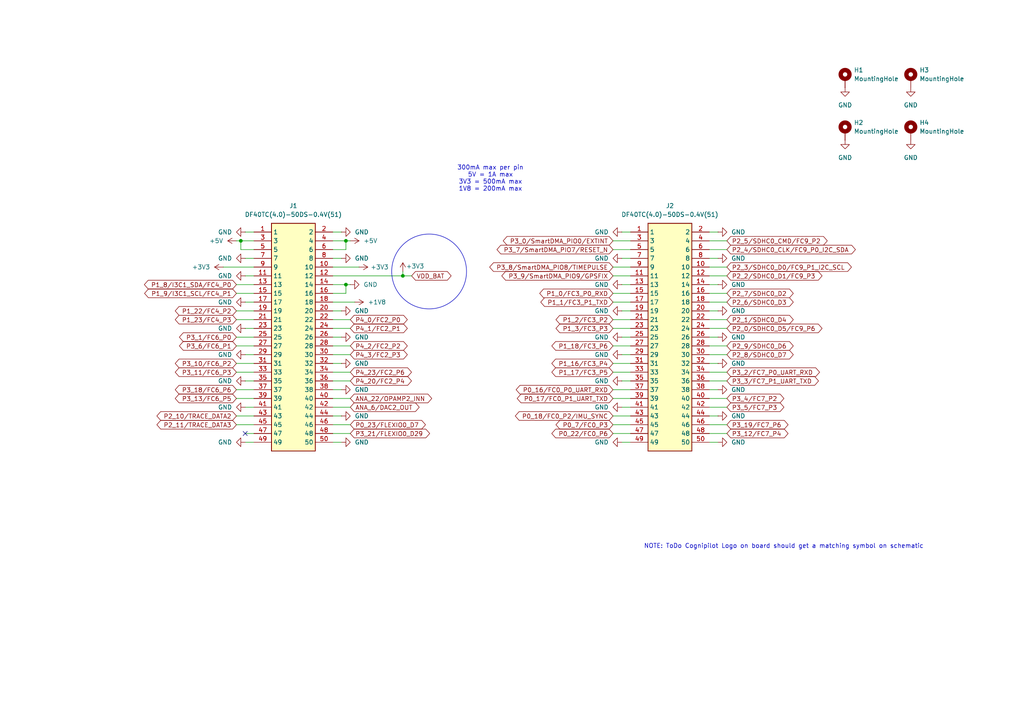
<source format=kicad_sch>
(kicad_sch (version 20250114) (generator "eeschema") (generator_version "9.0")
  (paper "A4")
  (title_block (title "MR-MCXN-T1-F9P") (date "2025-08-27") (rev "X0") (company "NXP SEMICONDUCTORS B.V.") (comment 3 "DESIGNER: YOURI TILS, Iain Galloway") (comment 4 "CTO SYSTEM INNOVATIONS / MOBILE ROBOTICS DOMAIN"))
  (lib_symbols
    (symbol "Connectors:DF40TC(4.0)-50DS-0.4V(51)"
      (property "Reference" "J" (at 1.016 7.874 0))
      (property "Value" "DF40TC(4.0)-50DS-0.4V(51)" (at 1.016 5.334 0))
      (symbol "DF40TC(4.0)-50DS-0.4V(51)_1_1"
        (rectangle (start 5.08 2.54) (end 17.78 -63.5) (stroke (width 0.254)) (fill (type background)))
        (pin passive line (at 0 0 0) (length 5.08) (name "1") (number "1"))
        (pin passive line (at 0 -2.54 0) (length 5.08) (name "3") (number "3"))
        (pin passive line (at 0 -5.08 0) (length 5.08) (name "5") (number "5"))
        (pin passive line (at 0 -7.62 0) (length 5.08) (name "7") (number "7"))
        (pin passive line (at 0 -10.16 0) (length 5.08) (name "9") (number "9"))
        (pin passive line (at 0 -12.7 0) (length 5.08) (name "11") (number "11"))
        (pin passive line (at 0 -15.24 0) (length 5.08) (name "13") (number "13"))
        (pin passive line (at 0 -17.78 0) (length 5.08) (name "15") (number "15"))
        (pin passive line (at 0 -20.32 0) (length 5.08) (name "17") (number "17"))
        (pin passive line (at 0 -22.86 0) (length 5.08) (name "19") (number "19"))
        (pin passive line (at 0 -25.4 0) (length 5.08) (name "21") (number "21"))
        (pin passive line (at 0 -27.94 0) (length 5.08) (name "23") (number "23"))
        (pin passive line (at 0 -30.48 0) (length 5.08) (name "25") (number "25"))
        (pin passive line (at 0 -33.02 0) (length 5.08) (name "27") (number "27"))
        (pin passive line (at 0 -35.56 0) (length 5.08) (name "29") (number "29"))
        (pin passive line (at 0 -38.1 0) (length 5.08) (name "31") (number "31"))
        (pin passive line (at 0 -40.64 0) (length 5.08) (name "33") (number "33"))
        (pin passive line (at 0 -43.18 0) (length 5.08) (name "35") (number "35"))
        (pin passive line (at 0 -45.72 0) (length 5.08) (name "37") (number "37"))
        (pin passive line (at 0 -48.26 0) (length 5.08) (name "39") (number "39"))
        (pin passive line (at 0 -50.8 0) (length 5.08) (name "41") (number "41"))
        (pin passive line (at 0 -53.34 0) (length 5.08) (name "43") (number "43"))
        (pin passive line (at 0 -55.88 0) (length 5.08) (name "45") (number "45"))
        (pin passive line (at 0 -58.42 0) (length 5.08) (name "47") (number "47"))
        (pin passive line (at 0 -60.96 0) (length 5.08) (name "49") (number "49"))
        (pin passive line (at 22.86 0 180) (length 5.08) (name "2") (number "2"))
        (pin passive line (at 22.86 -2.54 180) (length 5.08) (name "4") (number "4"))
        (pin passive line (at 22.86 -5.08 180) (length 5.08) (name "6") (number "6"))
        (pin passive line (at 22.86 -7.62 180) (length 5.08) (name "8") (number "8"))
        (pin passive line (at 22.86 -10.16 180) (length 5.08) (name "10") (number "10"))
        (pin passive line (at 22.86 -12.7 180) (length 5.08) (name "12") (number "12"))
        (pin passive line (at 22.86 -15.24 180) (length 5.08) (name "14") (number "14"))
        (pin passive line (at 22.86 -17.78 180) (length 5.08) (name "16") (number "16"))
        (pin passive line (at 22.86 -20.32 180) (length 5.08) (name "18") (number "18"))
        (pin passive line (at 22.86 -22.86 180) (length 5.08) (name "20") (number "20"))
        (pin passive line (at 22.86 -25.4 180) (length 5.08) (name "22") (number "22"))
        (pin passive line (at 22.86 -27.94 180) (length 5.08) (name "24") (number "24"))
        (pin passive line (at 22.86 -30.48 180) (length 5.08) (name "26") (number "26"))
        (pin passive line (at 22.86 -33.02 180) (length 5.08) (name "28") (number "28"))
        (pin passive line (at 22.86 -35.56 180) (length 5.08) (name "30") (number "30"))
        (pin passive line (at 22.86 -38.1 180) (length 5.08) (name "32") (number "32"))
        (pin passive line (at 22.86 -40.64 180) (length 5.08) (name "34") (number "34"))
        (pin passive line (at 22.86 -43.18 180) (length 5.08) (name "36") (number "36"))
        (pin passive line (at 22.86 -45.72 180) (length 5.08) (name "38") (number "38"))
        (pin passive line (at 22.86 -48.26 180) (length 5.08) (name "40") (number "40"))
        (pin passive line (at 22.86 -50.8 180) (length 5.08) (name "42") (number "42"))
        (pin passive line (at 22.86 -53.34 180) (length 5.08) (name "44") (number "44"))
        (pin passive line (at 22.86 -55.88 180) (length 5.08) (name "46") (number "46"))
        (pin passive line (at 22.86 -58.42 180) (length 5.08) (name "48") (number "48"))
        (pin passive line (at 22.86 -60.96 180) (length 5.08) (name "50") (number "50"))
      )
    )
    (symbol "Mechanical:MountingHole_Pad" (pin_numbers (hide yes)) (pin_names (offset 1.016) (hide yes)) (exclude_from_sim yes) (in_bom no)
      (property "Reference" "H" (at 0 6.35 0))
      (property "Value" "MountingHole_Pad" (at 0 4.445 0))
      (symbol "MountingHole_Pad_0_1"
        (circle (center 0 1.27) (radius 1.27) (stroke (width 1.27)))
      )
      (symbol "MountingHole_Pad_1_1"
        (pin input line (at 0 -2.54 90) (length 2.54) (name "1") (number "1"))
      )
    )
    (symbol "power:+1V8" (power) (pin_numbers (hide yes)) (pin_names (offset 0) (hide yes))
      (property "Value" "+1V8" (at 0 3.556 0))
      (symbol "+1V8_0_1"
        (polyline (pts (xy -0.762 1.27) (xy 0 2.54)))
        (polyline (pts (xy 0 2.54) (xy 0.762 1.27)))
        (polyline (pts (xy 0 0) (xy 0 2.54)))
      )
      (symbol "+1V8_1_1"
        (pin power_in line (at 0 0 90) (length 0) (name "~") (number "1"))
      )
    )
    (symbol "power:+3V3" (power) (pin_numbers (hide yes)) (pin_names (offset 0) (hide yes))
      (property "Value" "+3V3" (at 0 3.556 0))
      (symbol "+3V3_0_1"
        (polyline (pts (xy -0.762 1.27) (xy 0 2.54)))
        (polyline (pts (xy 0 2.54) (xy 0.762 1.27)))
        (polyline (pts (xy 0 0) (xy 0 2.54)))
      )
      (symbol "+3V3_1_1"
        (pin power_in line (at 0 0 90) (length 0) (name "~") (number "1"))
      )
    )
    (symbol "power:+5V" (power) (pin_numbers (hide yes)) (pin_names (offset 0) (hide yes))
      (property "Value" "+5V" (at 0 3.556 0))
      (symbol "+5V_0_1"
        (polyline (pts (xy -0.762 1.27) (xy 0 2.54)))
        (polyline (pts (xy 0 2.54) (xy 0.762 1.27)))
        (polyline (pts (xy 0 0) (xy 0 2.54)))
      )
      (symbol "+5V_1_1"
        (pin power_in line (at 0 0 90) (length 0) (name "~") (number "1"))
      )
    )
    (symbol "power:GND" (power) (pin_numbers (hide yes)) (pin_names (offset 0) (hide yes))
      (property "Value" "GND" (at 0 -3.81 0))
      (symbol "GND_0_1"
        (polyline (pts (xy 0 0) (xy 0 -1.27) (xy 1.27 -1.27) (xy 0 -2.54) (xy -1.27 -1.27) (xy 0 -1.27)))
      )
      (symbol "GND_1_1"
        (pin power_in line (at 0 0 270) (length 0) (name "~") (number "1"))
      )
    )
  )
  (circle (center 124.46 78.74) (radius 10.8509))
  (text "300mA max per pin\n5V = 1A max\n3V3 = 500mA max\n1V8 = 200mA max" (at 142.24 51.816 0) (effects (font (size 1.27 1.27))))
  (text "NOTE: ToDo Cognipilot Logo on board should get a matching symbol on schematic" (at 227.33 158.496 0) (effects (font (size 1.27 1.27))))
  (junction (at 100.33 82.55))
  (junction (at 100.33 69.85))
  (junction (at 116.84 80.01))
  (junction (at 69.85 69.85))
  (no_connect (at 71.12 125.73))
  (wire (pts (xy 71.12 95.25) (xy 73.66 95.25)))
  (wire (pts (xy 177.8 115.57) (xy 182.88 115.57)))
  (wire (pts (xy 71.12 128.27) (xy 73.66 128.27)))
  (wire (pts (xy 119.38 80.01) (xy 116.84 80.01)))
  (wire (pts (xy 205.74 102.87) (xy 210.82 102.87)))
  (wire (pts (xy 208.28 128.27) (xy 205.74 128.27)))
  (wire (pts (xy 205.74 92.71) (xy 210.82 92.71)))
  (wire (pts (xy 205.74 110.49) (xy 210.82 110.49)))
  (wire (pts (xy 177.8 113.03) (xy 182.88 113.03)))
  (wire (pts (xy 69.85 69.85) (xy 68.58 69.85)))
  (wire (pts (xy 68.58 97.79) (xy 73.66 97.79)))
  (wire (pts (xy 68.58 123.19) (xy 73.66 123.19)))
  (wire (pts (xy 96.52 102.87) (xy 101.6 102.87)))
  (wire (pts (xy 116.84 78.74) (xy 116.84 80.01)))
  (wire (pts (xy 205.74 72.39) (xy 210.82 72.39)))
  (wire (pts (xy 96.52 92.71) (xy 101.6 92.71)))
  (wire (pts (xy 177.8 85.09) (xy 182.88 85.09)))
  (wire (pts (xy 177.8 120.65) (xy 182.88 120.65)))
  (wire (pts (xy 208.28 97.79) (xy 205.74 97.79)))
  (wire (pts (xy 208.28 82.55) (xy 205.74 82.55)))
  (wire (pts (xy 205.74 69.85) (xy 210.82 69.85)))
  (wire (pts (xy 99.06 128.27) (xy 96.52 128.27)))
  (wire (pts (xy 68.58 100.33) (xy 73.66 100.33)))
  (wire (pts (xy 180.34 110.49) (xy 182.88 110.49)))
  (wire (pts (xy 68.58 90.17) (xy 73.66 90.17)))
  (wire (pts (xy 99.06 67.31) (xy 96.52 67.31)))
  (wire (pts (xy 180.34 97.79) (xy 182.88 97.79)))
  (wire (pts (xy 96.52 95.25) (xy 101.6 95.25)))
  (wire (pts (xy 99.06 97.79) (xy 96.52 97.79)))
  (wire (pts (xy 177.8 69.85) (xy 182.88 69.85)))
  (wire (pts (xy 205.74 115.57) (xy 210.82 115.57)))
  (wire (pts (xy 96.52 100.33) (xy 101.6 100.33)))
  (wire (pts (xy 180.34 67.31) (xy 182.88 67.31)))
  (wire (pts (xy 177.8 123.19) (xy 182.88 123.19)))
  (wire (pts (xy 99.06 90.17) (xy 96.52 90.17)))
  (wire (pts (xy 71.12 125.73) (xy 73.66 125.73)))
  (wire (pts (xy 96.52 123.19) (xy 101.6 123.19)))
  (wire (pts (xy 68.58 107.95) (xy 73.66 107.95)))
  (wire (pts (xy 68.58 115.57) (xy 73.66 115.57)))
  (wire (pts (xy 101.6 82.55) (xy 100.33 82.55)))
  (wire (pts (xy 96.52 72.39) (xy 100.33 72.39)))
  (wire (pts (xy 180.34 74.93) (xy 182.88 74.93)))
  (wire (pts (xy 68.58 120.65) (xy 73.66 120.65)))
  (wire (pts (xy 177.8 100.33) (xy 182.88 100.33)))
  (wire (pts (xy 177.8 125.73) (xy 182.88 125.73)))
  (wire (pts (xy 96.52 125.73) (xy 101.6 125.73)))
  (wire (pts (xy 205.74 125.73) (xy 210.82 125.73)))
  (wire (pts (xy 205.74 87.63) (xy 210.82 87.63)))
  (wire (pts (xy 71.12 67.31) (xy 73.66 67.31)))
  (wire (pts (xy 205.74 95.25) (xy 210.82 95.25)))
  (wire (pts (xy 71.12 87.63) (xy 73.66 87.63)))
  (wire (pts (xy 96.52 118.11) (xy 101.6 118.11)))
  (wire (pts (xy 68.58 105.41) (xy 73.66 105.41)))
  (wire (pts (xy 71.12 118.11) (xy 73.66 118.11)))
  (wire (pts (xy 99.06 74.93) (xy 96.52 74.93)))
  (wire (pts (xy 96.52 69.85) (xy 100.33 69.85)))
  (wire (pts (xy 205.74 123.19) (xy 210.82 123.19)))
  (wire (pts (xy 180.34 90.17) (xy 182.88 90.17)))
  (wire (pts (xy 69.85 72.39) (xy 73.66 72.39)))
  (wire (pts (xy 177.8 72.39) (xy 182.88 72.39)))
  (wire (pts (xy 96.52 110.49) (xy 101.6 110.49)))
  (wire (pts (xy 68.58 85.09) (xy 73.66 85.09)))
  (wire (pts (xy 208.28 90.17) (xy 205.74 90.17)))
  (wire (pts (xy 71.12 74.93) (xy 73.66 74.93)))
  (wire (pts (xy 69.85 72.39) (xy 69.85 69.85)))
  (wire (pts (xy 99.06 120.65) (xy 96.52 120.65)))
  (wire (pts (xy 71.12 110.49) (xy 73.66 110.49)))
  (wire (pts (xy 100.33 69.85) (xy 100.33 72.39)))
  (wire (pts (xy 101.6 69.85) (xy 100.33 69.85)))
  (wire (pts (xy 180.34 82.55) (xy 182.88 82.55)))
  (wire (pts (xy 68.58 82.55) (xy 73.66 82.55)))
  (wire (pts (xy 96.52 115.57) (xy 101.6 115.57)))
  (wire (pts (xy 99.06 113.03) (xy 96.52 113.03)))
  (wire (pts (xy 99.06 105.41) (xy 96.52 105.41)))
  (wire (pts (xy 208.28 113.03) (xy 205.74 113.03)))
  (wire (pts (xy 96.52 107.95) (xy 101.6 107.95)))
  (wire (pts (xy 102.87 87.63) (xy 96.52 87.63)))
  (wire (pts (xy 205.74 77.47) (xy 210.82 77.47)))
  (wire (pts (xy 69.85 69.85) (xy 73.66 69.85)))
  (wire (pts (xy 96.52 77.47) (xy 104.14 77.47)))
  (wire (pts (xy 205.74 100.33) (xy 210.82 100.33)))
  (wire (pts (xy 177.8 92.71) (xy 182.88 92.71)))
  (wire (pts (xy 180.34 128.27) (xy 182.88 128.27)))
  (wire (pts (xy 177.8 77.47) (xy 182.88 77.47)))
  (wire (pts (xy 100.33 82.55) (xy 100.33 85.09)))
  (wire (pts (xy 208.28 105.41) (xy 205.74 105.41)))
  (wire (pts (xy 68.58 92.71) (xy 73.66 92.71)))
  (wire (pts (xy 177.8 95.25) (xy 182.88 95.25)))
  (wire (pts (xy 208.28 74.93) (xy 205.74 74.93)))
  (wire (pts (xy 205.74 85.09) (xy 210.82 85.09)))
  (wire (pts (xy 71.12 80.01) (xy 73.66 80.01)))
  (wire (pts (xy 177.8 80.01) (xy 182.88 80.01)))
  (wire (pts (xy 177.8 107.95) (xy 182.88 107.95)))
  (wire (pts (xy 205.74 107.95) (xy 210.82 107.95)))
  (wire (pts (xy 96.52 85.09) (xy 100.33 85.09)))
  (wire (pts (xy 177.8 87.63) (xy 182.88 87.63)))
  (wire (pts (xy 205.74 80.01) (xy 210.82 80.01)))
  (wire (pts (xy 68.58 113.03) (xy 73.66 113.03)))
  (wire (pts (xy 180.34 118.11) (xy 182.88 118.11)))
  (wire (pts (xy 208.28 120.65) (xy 205.74 120.65)))
  (wire (pts (xy 180.34 102.87) (xy 182.88 102.87)))
  (wire (pts (xy 71.12 102.87) (xy 73.66 102.87)))
  (wire (pts (xy 208.28 67.31) (xy 205.74 67.31)))
  (wire (pts (xy 64.77 77.47) (xy 73.66 77.47)))
  (wire (pts (xy 205.74 118.11) (xy 210.82 118.11)))
  (wire (pts (xy 96.52 82.55) (xy 100.33 82.55)))
  (wire (pts (xy 177.8 105.41) (xy 182.88 105.41)))
  (wire (pts (xy 96.52 80.01) (xy 116.84 80.01)))
  (global_label "ANA_6{slash}DAC2_OUT" (shape bidirectional) (at 101.6 118.11 0) (property "Intersheetrefs" "${INTERSHEET_REFS}" (effects (hide yes))))
  (global_label "P3_8{slash}SmartDMA_PIO8{slash}TIMEPULSE" (shape bidirectional) (at 177.8 77.47 180) (property "Intersheetrefs" "${INTERSHEET_REFS}" (effects (hide yes))))
  (global_label "P2_5{slash}SDHC0_CMD{slash}FC9_P2" (shape bidirectional) (at 210.82 69.85 0) (property "Intersheetrefs" "${INTERSHEET_REFS}" (effects (hide yes))))
  (global_label "P3_2{slash}FC7_P0_UART_RXD" (shape bidirectional) (at 210.82 107.95 0) (property "Intersheetrefs" "${INTERSHEET_REFS}" (effects (hide yes))))
  (global_label "P1_3{slash}FC3_P3" (shape bidirectional) (at 177.8 95.25 180) (property "Intersheetrefs" "${INTERSHEET_REFS}" (effects (hide yes))))
  (global_label "P3_9{slash}SmartDMA_PIO9{slash}GPSFIX" (shape bidirectional) (at 177.8 80.01 180) (property "Intersheetrefs" "${INTERSHEET_REFS}" (effects (hide yes))))
  (global_label "P2_2{slash}SDHC0_D1{slash}FC9_P3" (shape bidirectional) (at 210.82 80.01 0) (property "Intersheetrefs" "${INTERSHEET_REFS}" (effects (hide yes))))
  (global_label "P4_23{slash}FC2_P6" (shape bidirectional) (at 101.6 107.95 0) (property "Intersheetrefs" "${INTERSHEET_REFS}" (effects (hide yes))))
  (global_label "P3_6{slash}FC6_P1" (shape bidirectional) (at 68.58 100.33 180) (property "Intersheetrefs" "${INTERSHEET_REFS}" (effects (hide yes))))
  (global_label "P3_18{slash}FC6_P6" (shape bidirectional) (at 68.58 113.03 180) (property "Intersheetrefs" "${INTERSHEET_REFS}" (effects (hide yes))))
  (global_label "ANA_22{slash}OPAMP2_INN" (shape bidirectional) (at 101.6 115.57 0) (property "Intersheetrefs" "${INTERSHEET_REFS}" (effects (hide yes))))
  (global_label "P3_0{slash}SmartDMA_PIO0{slash}EXTINT" (shape bidirectional) (at 177.8 69.85 180) (property "Intersheetrefs" "${INTERSHEET_REFS}" (effects (hide yes))))
  (global_label "P3_13{slash}FC6_P5" (shape bidirectional) (at 68.58 115.57 180) (property "Intersheetrefs" "${INTERSHEET_REFS}" (effects (hide yes))))
  (global_label "P3_12{slash}FC7_P4" (shape bidirectional) (at 210.82 125.73 0) (property "Intersheetrefs" "${INTERSHEET_REFS}" (effects (hide yes))))
  (global_label "P1_9{slash}I3C1_SCL{slash}FC4_P1" (shape bidirectional) (at 68.58 85.09 180) (property "Intersheetrefs" "${INTERSHEET_REFS}" (effects (hide yes))))
  (global_label "P0_23{slash}FLEXIO0_D7" (shape bidirectional) (at 101.6 123.19 0) (property "Intersheetrefs" "${INTERSHEET_REFS}" (effects (hide yes))))
  (global_label "P4_2{slash}FC2_P2" (shape bidirectional) (at 101.6 100.33 0) (property "Intersheetrefs" "${INTERSHEET_REFS}" (effects (hide yes))))
  (global_label "P4_3{slash}FC2_P3" (shape bidirectional) (at 101.6 102.87 0) (property "Intersheetrefs" "${INTERSHEET_REFS}" (effects (hide yes))))
  (global_label "P4_0{slash}FC2_P0" (shape bidirectional) (at 101.6 92.71 0) (property "Intersheetrefs" "${INTERSHEET_REFS}" (effects (hide yes))))
  (global_label "P1_1{slash}FC3_P1_TXD" (shape bidirectional) (at 177.8 87.63 180) (property "Intersheetrefs" "${INTERSHEET_REFS}" (effects (hide yes))))
  (global_label "P2_7{slash}SDHC0_D2" (shape bidirectional) (at 210.82 85.09 0) (property "Intersheetrefs" "${INTERSHEET_REFS}" (effects (hide yes))))
  (global_label "P1_2{slash}FC3_P2" (shape bidirectional) (at 177.8 92.71 180) (property "Intersheetrefs" "${INTERSHEET_REFS}" (effects (hide yes))))
  (global_label "VDD_BAT" (shape bidirectional) (at 119.38 80.01 0) (property "Intersheetrefs" "${INTERSHEET_REFS}" (effects (hide yes))))
  (global_label "P2_9{slash}SDHC0_D6" (shape bidirectional) (at 210.82 100.33 0) (property "Intersheetrefs" "${INTERSHEET_REFS}" (effects (hide yes))))
  (global_label "P2_6{slash}SDHC0_D3" (shape bidirectional) (at 210.82 87.63 0) (property "Intersheetrefs" "${INTERSHEET_REFS}" (effects (hide yes))))
  (global_label "P3_3{slash}FC7_P1_UART_TXD" (shape bidirectional) (at 210.82 110.49 0) (property "Intersheetrefs" "${INTERSHEET_REFS}" (effects (hide yes))))
  (global_label "P1_22{slash}FC4_P2" (shape bidirectional) (at 68.58 90.17 180) (property "Intersheetrefs" "${INTERSHEET_REFS}" (effects (hide yes))))
  (global_label "P3_5{slash}FC7_P3" (shape bidirectional) (at 210.82 118.11 0) (property "Intersheetrefs" "${INTERSHEET_REFS}" (effects (hide yes))))
  (global_label "P2_1{slash}SDHC0_D4" (shape bidirectional) (at 210.82 92.71 0) (property "Intersheetrefs" "${INTERSHEET_REFS}" (effects (hide yes))))
  (global_label "P0_17{slash}FC0_P1_UART_TXD" (shape bidirectional) (at 177.8 115.57 180) (property "Intersheetrefs" "${INTERSHEET_REFS}" (effects (hide yes))))
  (global_label "P0_16{slash}FC0_P0_UART_RXD" (shape bidirectional) (at 177.8 113.03 180) (property "Intersheetrefs" "${INTERSHEET_REFS}" (effects (hide yes))))
  (global_label "P2_3{slash}SDHC0_D0{slash}FC9_P1_I2C_SCL" (shape bidirectional) (at 210.82 77.47 0) (property "Intersheetrefs" "${INTERSHEET_REFS}" (effects (hide yes))))
  (global_label "P2_11{slash}TRACE_DATA3" (shape bidirectional) (at 68.58 123.19 180) (property "Intersheetrefs" "${INTERSHEET_REFS}" (effects (hide yes))))
  (global_label "P0_7{slash}FC0_P3" (shape bidirectional) (at 177.8 123.19 180) (property "Intersheetrefs" "${INTERSHEET_REFS}" (effects (hide yes))))
  (global_label "P3_21{slash}FLEXIO0_D29" (shape bidirectional) (at 101.6 125.73 0) (property "Intersheetrefs" "${INTERSHEET_REFS}" (effects (hide yes))))
  (global_label "P1_23{slash}FC4_P3" (shape bidirectional) (at 68.58 92.71 180) (property "Intersheetrefs" "${INTERSHEET_REFS}" (effects (hide yes))))
  (global_label "P1_0{slash}FC3_P0_RXD" (shape bidirectional) (at 177.8 85.09 180) (property "Intersheetrefs" "${INTERSHEET_REFS}" (effects (hide yes))))
  (global_label "P3_7{slash}SmartDMA_PIO7{slash}RESET_N" (shape bidirectional) (at 177.8 72.39 180) (property "Intersheetrefs" "${INTERSHEET_REFS}" (effects (hide yes))))
  (global_label "P3_19{slash}FC7_P6" (shape bidirectional) (at 210.82 123.19 0) (property "Intersheetrefs" "${INTERSHEET_REFS}" (effects (hide yes))))
  (global_label "P0_18{slash}FC0_P2{slash}IMU_SYNC" (shape bidirectional) (at 177.8 120.65 180) (property "Intersheetrefs" "${INTERSHEET_REFS}" (effects (hide yes))))
  (global_label "P3_10{slash}FC6_P2" (shape bidirectional) (at 68.58 105.41 180) (property "Intersheetrefs" "${INTERSHEET_REFS}" (effects (hide yes))))
  (global_label "P1_8{slash}I3C1_SDA{slash}FC4_P0" (shape bidirectional) (at 68.58 82.55 180) (property "Intersheetrefs" "${INTERSHEET_REFS}" (effects (hide yes))))
  (global_label "P3_11{slash}FC6_P3" (shape bidirectional) (at 68.58 107.95 180) (property "Intersheetrefs" "${INTERSHEET_REFS}" (effects (hide yes))))
  (global_label "P0_22{slash}FC0_P6" (shape bidirectional) (at 177.8 125.73 180) (property "Intersheetrefs" "${INTERSHEET_REFS}" (effects (hide yes))))
  (global_label "P3_4{slash}FC7_P2" (shape bidirectional) (at 210.82 115.57 0) (property "Intersheetrefs" "${INTERSHEET_REFS}" (effects (hide yes))))
  (global_label "P2_10{slash}TRACE_DATA2" (shape bidirectional) (at 68.58 120.65 180) (property "Intersheetrefs" "${INTERSHEET_REFS}" (effects (hide yes))))
  (global_label "P1_17{slash}FC3_P5" (shape bidirectional) (at 177.8 107.95 180) (property "Intersheetrefs" "${INTERSHEET_REFS}" (effects (hide yes))))
  (global_label "P1_18{slash}FC3_P6" (shape bidirectional) (at 177.8 100.33 180) (property "Intersheetrefs" "${INTERSHEET_REFS}" (effects (hide yes))))
  (global_label "P2_8{slash}SDHC0_D7" (shape bidirectional) (at 210.82 102.87 0) (property "Intersheetrefs" "${INTERSHEET_REFS}" (effects (hide yes))))
  (global_label "P4_1{slash}FC2_P1" (shape bidirectional) (at 101.6 95.25 0) (property "Intersheetrefs" "${INTERSHEET_REFS}" (effects (hide yes))))
  (global_label "P2_0{slash}SDHC0_D5{slash}FC9_P6" (shape bidirectional) (at 210.82 95.25 0) (property "Intersheetrefs" "${INTERSHEET_REFS}" (effects (hide yes))))
  (global_label "P3_1{slash}FC6_P0" (shape bidirectional) (at 68.58 97.79 180) (property "Intersheetrefs" "${INTERSHEET_REFS}" (effects (hide yes))))
  (global_label "P4_20{slash}FC2_P4" (shape bidirectional) (at 101.6 110.49 0) (property "Intersheetrefs" "${INTERSHEET_REFS}" (effects (hide yes))))
  (global_label "P1_16{slash}FC3_P4" (shape bidirectional) (at 177.8 105.41 180) (property "Intersheetrefs" "${INTERSHEET_REFS}" (effects (hide yes))))
  (global_label "P2_4{slash}SDHC0_CLK{slash}FC9_P0_I2C_SDA" (shape bidirectional) (at 210.82 72.39 0) (property "Intersheetrefs" "${INTERSHEET_REFS}" (effects (hide yes))))
  (symbol (lib_id "power:GND") (at 99.06 128.27 90) (mirror x) (unit 1)
    (property "Reference" "#PWR021" (effects (hide yes)))
    (property "Value" "GND" (at 102.87 128.2699 90) (effects (justify right)))
    (property "Description" "Power symbol creates a global label with name \"GND\" , ground" (effects (hide yes)))
  )
  (symbol (lib_id "power:GND") (at 208.28 67.31 90) (mirror x) (unit 1)
    (property "Reference" "#PWR034" (effects (hide yes)))
    (property "Value" "GND" (at 212.09 67.3099 90) (effects (justify right)))
    (property "Description" "Power symbol creates a global label with name \"GND\" , ground" (effects (hide yes)))
  )
  (symbol (lib_id "power:GND") (at 99.06 120.65 90) (mirror x) (unit 1)
    (property "Reference" "#PWR020" (effects (hide yes)))
    (property "Value" "GND" (at 102.87 120.6499 90) (effects (justify right)))
    (property "Description" "Power symbol creates a global label with name \"GND\" , ground" (effects (hide yes)))
  )
  (symbol (lib_id "power:+1V8") (at 102.87 87.63 270) (mirror x) (unit 1)
    (property "Reference" "#PWR015" (effects (hide yes)))
    (property "Value" "+1V8" (at 106.68 87.6299 90) (effects (justify left)))
    (property "Description" "Power symbol creates a global label with name \"+1V8\"" (effects (hide yes)))
  )
  (symbol (lib_id "Mechanical:MountingHole_Pad") (at 264.16 22.86 0) (unit 1) (exclude_from_sim yes) (in_bom no)
    (property "Reference" "H3" (at 266.7 20.3199 0) (effects (justify left)))
    (property "Value" "MountingHole" (at 266.7 22.8599 0) (effects (justify left)))
    (property "Footprint" "MountingHole:MountingHole_3.2mm_M3_DIN965_Pad" (effects (hide yes)))
    (property "Description" "Mounting Hole with connection" (effects (hide yes)))
  )
  (symbol (lib_id "power:GND") (at 71.12 102.87 270) (mirror x) (unit 1)
    (property "Reference" "#PWR08" (effects (hide yes)))
    (property "Value" "GND" (at 67.31 102.8699 90) (effects (justify right)))
    (property "Description" "Power symbol creates a global label with name \"GND\" , ground" (effects (hide yes)))
  )
  (symbol (lib_id "power:GND") (at 180.34 67.31 270) (mirror x) (unit 1)
    (property "Reference" "#PWR025" (effects (hide yes)))
    (property "Value" "GND" (at 176.53 67.3099 90) (effects (justify right)))
    (property "Description" "Power symbol creates a global label with name \"GND\" , ground" (effects (hide yes)))
  )
  (symbol (lib_id "power:+3V3") (at 116.84 78.74 0) (mirror y) (unit 1)
    (property "Reference" "#PWR024" (effects (hide yes)))
    (property "Value" "+3V3" (at 120.396 77.216 0))
    (property "Description" "Power symbol creates a global label with name \"+3V3\"" (effects (hide yes)))
  )
  (symbol (lib_id "Mechanical:MountingHole_Pad") (at 245.11 22.86 0) (unit 1) (exclude_from_sim yes) (in_bom no)
    (property "Reference" "H1" (at 247.65 20.3199 0) (effects (justify left)))
    (property "Value" "MountingHole" (at 247.65 22.8599 0) (effects (justify left)))
    (property "Footprint" "MountingHole:MountingHole_3.2mm_M3_DIN965_Pad" (effects (hide yes)))
    (property "Description" "Mounting Hole with connection" (effects (hide yes)))
  )
  (symbol (lib_id "power:GND") (at 101.6 82.55 90) (mirror x) (unit 1)
    (property "Reference" "#PWR023" (effects (hide yes)))
    (property "Value" "GND" (at 105.41 82.5499 90) (effects (justify right)))
    (property "Description" "Power symbol creates a global label with name \"GND\" , ground" (effects (hide yes)))
  )
  (symbol (lib_id "power:GND") (at 71.12 118.11 270) (mirror x) (unit 1)
    (property "Reference" "#PWR010" (effects (hide yes)))
    (property "Value" "GND" (at 67.31 118.1099 90) (effects (justify right)))
    (property "Description" "Power symbol creates a global label with name \"GND\" , ground" (effects (hide yes)))
  )
  (symbol (lib_id "power:GND") (at 264.16 40.64 0) (unit 1)
    (property "Reference" "#PWR046" (effects (hide yes)))
    (property "Value" "GND" (at 264.16 45.72 0))
    (property "Description" "Power symbol creates a global label with name \"GND\" , ground" (effects (hide yes)))
  )
  (symbol (lib_id "power:GND") (at 245.11 40.64 0) (unit 1)
    (property "Reference" "#PWR044" (effects (hide yes)))
    (property "Value" "GND" (at 245.11 45.72 0))
    (property "Description" "Power symbol creates a global label with name \"GND\" , ground" (effects (hide yes)))
  )
  (symbol (lib_id "power:GND") (at 208.28 74.93 90) (mirror x) (unit 1)
    (property "Reference" "#PWR035" (effects (hide yes)))
    (property "Value" "GND" (at 212.09 74.9299 90) (effects (justify right)))
    (property "Description" "Power symbol creates a global label with name \"GND\" , ground" (effects (hide yes)))
  )
  (symbol (lib_id "power:GND") (at 99.06 105.41 90) (mirror x) (unit 1)
    (property "Reference" "#PWR018" (effects (hide yes)))
    (property "Value" "GND" (at 102.87 105.4099 90) (effects (justify right)))
    (property "Description" "Power symbol creates a global label with name \"GND\" , ground" (effects (hide yes)))
  )
  (symbol (lib_id "power:GND") (at 99.06 67.31 90) (mirror x) (unit 1)
    (property "Reference" "#PWR012" (effects (hide yes)))
    (property "Value" "GND" (at 102.87 67.3099 90) (effects (justify right)))
    (property "Description" "Power symbol creates a global label with name \"GND\" , ground" (effects (hide yes)))
  )
  (symbol (lib_id "power:GND") (at 208.28 105.41 90) (mirror x) (unit 1)
    (property "Reference" "#PWR039" (effects (hide yes)))
    (property "Value" "GND" (at 212.09 105.4099 90) (effects (justify right)))
    (property "Description" "Power symbol creates a global label with name \"GND\" , ground" (effects (hide yes)))
  )
  (symbol (lib_id "power:+5V") (at 68.58 69.85 90) (mirror x) (unit 1)
    (property "Reference" "#PWR01" (effects (hide yes)))
    (property "Value" "+5V" (at 64.77 69.8499 90) (effects (justify left)))
    (property "Description" "Power symbol creates a global label with name \"+5V\"" (effects (hide yes)))
  )
  (symbol (lib_id "power:GND") (at 180.34 118.11 270) (mirror x) (unit 1)
    (property "Reference" "#PWR032" (effects (hide yes)))
    (property "Value" "GND" (at 176.53 118.1099 90) (effects (justify right)))
    (property "Description" "Power symbol creates a global label with name \"GND\" , ground" (effects (hide yes)))
  )
  (symbol (lib_id "power:+3V3") (at 104.14 77.47 270) (mirror x) (unit 1)
    (property "Reference" "#PWR014" (effects (hide yes)))
    (property "Value" "+3V3" (at 107.442 77.47 90) (effects (justify left)))
    (property "Description" "Power symbol creates a global label with name \"+3V3\"" (effects (hide yes)))
  )
  (symbol (lib_id "power:GND") (at 71.12 67.31 270) (mirror x) (unit 1)
    (property "Reference" "#PWR02" (effects (hide yes)))
    (property "Value" "GND" (at 67.31 67.3099 90) (effects (justify right)))
    (property "Description" "Power symbol creates a global label with name \"GND\" , ground" (effects (hide yes)))
  )
  (symbol (lib_id "power:GND") (at 180.34 90.17 270) (mirror x) (unit 1)
    (property "Reference" "#PWR028" (effects (hide yes)))
    (property "Value" "GND" (at 176.53 90.1699 90) (effects (justify right)))
    (property "Description" "Power symbol creates a global label with name \"GND\" , ground" (effects (hide yes)))
  )
  (symbol (lib_id "power:GND") (at 208.28 97.79 90) (mirror x) (unit 1)
    (property "Reference" "#PWR038" (effects (hide yes)))
    (property "Value" "GND" (at 212.09 97.7899 90) (effects (justify right)))
    (property "Description" "Power symbol creates a global label with name \"GND\" , ground" (effects (hide yes)))
  )
  (symbol (lib_id "power:GND") (at 245.11 25.4 0) (unit 1)
    (property "Reference" "#PWR043" (effects (hide yes)))
    (property "Value" "GND" (at 245.11 30.48 0))
    (property "Description" "Power symbol creates a global label with name \"GND\" , ground" (effects (hide yes)))
  )
  (symbol (lib_id "power:GND") (at 99.06 90.17 90) (mirror x) (unit 1)
    (property "Reference" "#PWR016" (effects (hide yes)))
    (property "Value" "GND" (at 102.87 90.1699 90) (effects (justify right)))
    (property "Description" "Power symbol creates a global label with name \"GND\" , ground" (effects (hide yes)))
  )
  (symbol (lib_id "power:GND") (at 99.06 74.93 90) (mirror x) (unit 1)
    (property "Reference" "#PWR013" (effects (hide yes)))
    (property "Value" "GND" (at 102.87 74.9299 90) (effects (justify right)))
    (property "Description" "Power symbol creates a global label with name \"GND\" , ground" (effects (hide yes)))
  )
  (symbol (lib_id "power:+5V") (at 101.6 69.85 270) (mirror x) (unit 1)
    (property "Reference" "#PWR022" (effects (hide yes)))
    (property "Value" "+5V" (at 105.41 69.8499 90) (effects (justify left)))
    (property "Description" "Power symbol creates a global label with name \"+5V\"" (effects (hide yes)))
  )
  (symbol (lib_id "power:GND") (at 180.34 82.55 270) (mirror x) (unit 1)
    (property "Reference" "#PWR027" (effects (hide yes)))
    (property "Value" "GND" (at 176.53 82.5499 90) (effects (justify right)))
    (property "Description" "Power symbol creates a global label with name \"GND\" , ground" (effects (hide yes)))
  )
  (symbol (lib_id "power:GND") (at 180.34 74.93 270) (mirror x) (unit 1)
    (property "Reference" "#PWR026" (effects (hide yes)))
    (property "Value" "GND" (at 176.53 74.9299 90) (effects (justify right)))
    (property "Description" "Power symbol creates a global label with name \"GND\" , ground" (effects (hide yes)))
  )
  (symbol (lib_id "power:GND") (at 71.12 80.01 270) (mirror x) (unit 1)
    (property "Reference" "#PWR05" (effects (hide yes)))
    (property "Value" "GND" (at 67.31 80.0099 90) (effects (justify right)))
    (property "Description" "Power symbol creates a global label with name \"GND\" , ground" (effects (hide yes)))
  )
  (symbol (lib_id "power:GND") (at 180.34 128.27 270) (mirror x) (unit 1)
    (property "Reference" "#PWR033" (effects (hide yes)))
    (property "Value" "GND" (at 176.53 128.2699 90) (effects (justify right)))
    (property "Description" "Power symbol creates a global label with name \"GND\" , ground" (effects (hide yes)))
  )
  (symbol (lib_id "power:GND") (at 99.06 97.79 90) (mirror x) (unit 1)
    (property "Reference" "#PWR017" (effects (hide yes)))
    (property "Value" "GND" (at 102.87 97.7899 90) (effects (justify right)))
    (property "Description" "Power symbol creates a global label with name \"GND\" , ground" (effects (hide yes)))
  )
  (symbol (lib_id "power:GND") (at 180.34 97.79 270) (mirror x) (unit 1)
    (property "Reference" "#PWR029" (effects (hide yes)))
    (property "Value" "GND" (at 176.53 97.7899 90) (effects (justify right)))
    (property "Description" "Power symbol creates a global label with name \"GND\" , ground" (effects (hide yes)))
  )
  (symbol (lib_id "power:GND") (at 208.28 82.55 90) (mirror x) (unit 1)
    (property "Reference" "#PWR036" (effects (hide yes)))
    (property "Value" "GND" (at 212.09 82.5499 90) (effects (justify right)))
    (property "Description" "Power symbol creates a global label with name \"GND\" , ground" (effects (hide yes)))
  )
  (symbol (lib_id "power:GND") (at 71.12 74.93 270) (mirror x) (unit 1)
    (property "Reference" "#PWR03" (effects (hide yes)))
    (property "Value" "GND" (at 67.31 74.9299 90) (effects (justify right)))
    (property "Description" "Power symbol creates a global label with name \"GND\" , ground" (effects (hide yes)))
  )
  (symbol (lib_id "power:GND") (at 71.12 95.25 270) (mirror x) (unit 1)
    (property "Reference" "#PWR07" (effects (hide yes)))
    (property "Value" "GND" (at 67.31 95.2499 90) (effects (justify right)))
    (property "Description" "Power symbol creates a global label with name \"GND\" , ground" (effects (hide yes)))
  )
  (symbol (lib_id "power:GND") (at 71.12 87.63 270) (mirror x) (unit 1)
    (property "Reference" "#PWR06" (effects (hide yes)))
    (property "Value" "GND" (at 67.31 87.6299 90) (effects (justify right)))
    (property "Description" "Power symbol creates a global label with name \"GND\" , ground" (effects (hide yes)))
  )
  (symbol (lib_id "power:GND") (at 264.16 25.4 0) (unit 1)
    (property "Reference" "#PWR045" (effects (hide yes)))
    (property "Value" "GND" (at 264.16 30.48 0))
    (property "Description" "Power symbol creates a global label with name \"GND\" , ground" (effects (hide yes)))
  )
  (symbol (lib_id "power:+3V3") (at 64.77 77.47 90) (mirror x) (unit 1)
    (property "Reference" "#PWR04" (effects (hide yes)))
    (property "Value" "+3V3" (at 60.96 77.4699 90) (effects (justify left)))
    (property "Description" "Power symbol creates a global label with name \"+3V3\"" (effects (hide yes)))
  )
  (symbol (lib_id "power:GND") (at 208.28 90.17 90) (mirror x) (unit 1)
    (property "Reference" "#PWR037" (effects (hide yes)))
    (property "Value" "GND" (at 212.09 90.1699 90) (effects (justify right)))
    (property "Description" "Power symbol creates a global label with name \"GND\" , ground" (effects (hide yes)))
  )
  (symbol (lib_id "power:GND") (at 71.12 110.49 270) (mirror x) (unit 1)
    (property "Reference" "#PWR09" (effects (hide yes)))
    (property "Value" "GND" (at 67.31 110.4899 90) (effects (justify right)))
    (property "Description" "Power symbol creates a global label with name \"GND\" , ground" (effects (hide yes)))
  )
  (symbol (lib_id "Connectors:DF40TC(4.0)-50DS-0.4V(51)") (at 182.88 67.31 0) (unit 1)
    (property "Reference" "J2" (at 194.31 59.69 0))
    (property "Value" "DF40TC(4.0)-50DS-0.4V(51)" (at 194.31 62.23 0))
    (property "Footprint" "Connectors:DF40TC(4.0)-50DS-0.4V(51)" (effects (hide yes)))
    (property "Datasheet" "https://www.hirose.com/en/product/document?clcode=CL0684-4249-0-51&productname=DF40TC-50DS-0.4V(51)&series=DF40T&documenttype=2DDrawing&lang=en&documentid=0001372703" (effects (hide yes)))
    (property "Description" "Board to Board & Mezzanine Connectors" (effects (hide yes)))
    (property "MF" "Hirose" (effects (hide yes)))
    (property "MFPN" "DF40TC(4.0)-50DS-0.4V(51)" (effects (hide yes)))
    (property "DigiKey" "26-DF40TC(4.0)-50DS-0.4V(51)CT-ND" (effects (hide yes)))
  )
  (symbol (lib_id "power:GND") (at 208.28 128.27 90) (mirror x) (unit 1)
    (property "Reference" "#PWR042" (effects (hide yes)))
    (property "Value" "GND" (at 212.09 128.2699 90) (effects (justify right)))
    (property "Description" "Power symbol creates a global label with name \"GND\" , ground" (effects (hide yes)))
  )
  (symbol (lib_id "Mechanical:MountingHole_Pad") (at 245.11 38.1 0) (unit 1) (exclude_from_sim yes) (in_bom no)
    (property "Reference" "H2" (at 247.65 35.5599 0) (effects (justify left)))
    (property "Value" "MountingHole" (at 247.65 38.0999 0) (effects (justify left)))
    (property "Footprint" "MountingHole:MountingHole_3.2mm_M3_DIN965_Pad" (effects (hide yes)))
    (property "Description" "Mounting Hole with connection" (effects (hide yes)))
  )
  (symbol (lib_id "power:GND") (at 180.34 102.87 270) (mirror x) (unit 1)
    (property "Reference" "#PWR030" (effects (hide yes)))
    (property "Value" "GND" (at 176.53 102.8699 90) (effects (justify right)))
    (property "Description" "Power symbol creates a global label with name \"GND\" , ground" (effects (hide yes)))
  )
  (symbol (lib_id "power:GND") (at 71.12 128.27 270) (mirror x) (unit 1)
    (property "Reference" "#PWR011" (effects (hide yes)))
    (property "Value" "GND" (at 67.31 128.2699 90) (effects (justify right)))
    (property "Description" "Power symbol creates a global label with name \"GND\" , ground" (effects (hide yes)))
  )
  (symbol (lib_id "power:GND") (at 99.06 113.03 90) (mirror x) (unit 1)
    (property "Reference" "#PWR019" (effects (hide yes)))
    (property "Value" "GND" (at 102.87 113.0299 90) (effects (justify right)))
    (property "Description" "Power symbol creates a global label with name \"GND\" , ground" (effects (hide yes)))
  )
  (symbol (lib_id "power:GND") (at 180.34 110.49 270) (mirror x) (unit 1)
    (property "Reference" "#PWR031" (effects (hide yes)))
    (property "Value" "GND" (at 176.53 110.4899 90) (effects (justify right)))
    (property "Description" "Power symbol creates a global label with name \"GND\" , ground" (effects (hide yes)))
  )
  (symbol (lib_id "power:GND") (at 208.28 120.65 90) (mirror x) (unit 1)
    (property "Reference" "#PWR041" (effects (hide yes)))
    (property "Value" "GND" (at 212.09 120.6499 90) (effects (justify right)))
    (property "Description" "Power symbol creates a global label with name \"GND\" , ground" (effects (hide yes)))
  )
  (symbol (lib_id "power:GND") (at 208.28 113.03 90) (mirror x) (unit 1)
    (property "Reference" "#PWR040" (effects (hide yes)))
    (property "Value" "GND" (at 212.09 113.0299 90) (effects (justify right)))
    (property "Description" "Power symbol creates a global label with name \"GND\" , ground" (effects (hide yes)))
  )
  (symbol (lib_id "Mechanical:MountingHole_Pad") (at 264.16 38.1 0) (unit 1) (exclude_from_sim yes) (in_bom no)
    (property "Reference" "H4" (at 266.7 35.5599 0) (effects (justify left)))
    (property "Value" "MountingHole" (at 266.7 38.0999 0) (effects (justify left)))
    (property "Footprint" "MountingHole:MountingHole_3.2mm_M3_DIN965_Pad" (effects (hide yes)))
    (property "Description" "Mounting Hole with connection" (effects (hide yes)))
  )
  (symbol (lib_id "Connectors:DF40TC(4.0)-50DS-0.4V(51)") (at 73.66 67.31 0) (unit 1)
    (property "Reference" "J1" (at 85.09 59.69 0))
    (property "Value" "DF40TC(4.0)-50DS-0.4V(51)" (at 85.09 62.23 0))
    (property "Footprint" "Connectors:DF40TC(4.0)-50DS-0.4V(51)" (effects (hide yes)))
    (property "Datasheet" "https://www.hirose.com/en/product/document?clcode=CL0684-4249-0-51&productname=DF40TC-50DS-0.4V(51)&series=DF40T&documenttype=2DDrawing&lang=en&documentid=0001372703" (effects (hide yes)))
    (property "Description" "Board to Board & Mezzanine Connectors" (effects (hide yes)))
    (property "MF" "Hirose" (effects (hide yes)))
    (property "MFPN" "DF40TC(4.0)-50DS-0.4V(51)" (effects (hide yes)))
    (property "DigiKey" "26-DF40TC(4.0)-50DS-0.4V(51)CT-ND" (effects (hide yes)))
  )
)
</source>
